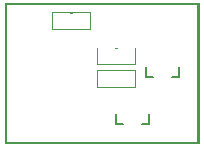
<source format=gbo>
G04 MADE WITH FRITZING*
G04 WWW.FRITZING.ORG*
G04 DOUBLE SIDED*
G04 HOLES PLATED*
G04 CONTOUR ON CENTER OF CONTOUR VECTOR*
%ASAXBY*%
%FSLAX23Y23*%
%MOIN*%
%OFA0B0*%
%SFA1.0B1.0*%
%ADD10C,0.008000*%
%ADD11R,0.001000X0.001000*%
%LNSILK0*%
G90*
G70*
G54D10*
X493Y227D02*
X470Y227D01*
D02*
X470Y227D02*
X470Y258D01*
D02*
X556Y227D02*
X580Y227D01*
D02*
X580Y227D02*
X580Y258D01*
D02*
X394Y70D02*
X370Y70D01*
D02*
X370Y70D02*
X370Y102D01*
D02*
X457Y70D02*
X481Y70D01*
D02*
X481Y70D02*
X481Y102D01*
G54D11*
X0Y472D02*
X648Y472D01*
X0Y471D02*
X648Y471D01*
X0Y470D02*
X648Y470D01*
X0Y469D02*
X648Y469D01*
X0Y468D02*
X648Y468D01*
X0Y467D02*
X648Y467D01*
X0Y466D02*
X648Y466D01*
X0Y465D02*
X648Y465D01*
X0Y464D02*
X7Y464D01*
X641Y464D02*
X648Y464D01*
X0Y463D02*
X7Y463D01*
X641Y463D02*
X648Y463D01*
X0Y462D02*
X7Y462D01*
X641Y462D02*
X648Y462D01*
X0Y461D02*
X7Y461D01*
X641Y461D02*
X648Y461D01*
X0Y460D02*
X7Y460D01*
X641Y460D02*
X648Y460D01*
X0Y459D02*
X7Y459D01*
X641Y459D02*
X648Y459D01*
X0Y458D02*
X7Y458D01*
X641Y458D02*
X648Y458D01*
X0Y457D02*
X7Y457D01*
X641Y457D02*
X648Y457D01*
X0Y456D02*
X7Y456D01*
X641Y456D02*
X648Y456D01*
X0Y455D02*
X7Y455D01*
X641Y455D02*
X648Y455D01*
X0Y454D02*
X7Y454D01*
X641Y454D02*
X648Y454D01*
X0Y453D02*
X7Y453D01*
X641Y453D02*
X648Y453D01*
X0Y452D02*
X7Y452D01*
X641Y452D02*
X648Y452D01*
X0Y451D02*
X7Y451D01*
X641Y451D02*
X648Y451D01*
X0Y450D02*
X7Y450D01*
X641Y450D02*
X648Y450D01*
X0Y449D02*
X7Y449D01*
X641Y449D02*
X648Y449D01*
X0Y448D02*
X7Y448D01*
X641Y448D02*
X648Y448D01*
X0Y447D02*
X7Y447D01*
X641Y447D02*
X648Y447D01*
X0Y446D02*
X7Y446D01*
X641Y446D02*
X648Y446D01*
X0Y445D02*
X7Y445D01*
X641Y445D02*
X648Y445D01*
X0Y444D02*
X7Y444D01*
X641Y444D02*
X648Y444D01*
X0Y443D02*
X7Y443D01*
X641Y443D02*
X648Y443D01*
X0Y442D02*
X7Y442D01*
X641Y442D02*
X648Y442D01*
X0Y441D02*
X7Y441D01*
X641Y441D02*
X648Y441D01*
X0Y440D02*
X7Y440D01*
X157Y440D02*
X286Y440D01*
X641Y440D02*
X648Y440D01*
X0Y439D02*
X7Y439D01*
X157Y439D02*
X286Y439D01*
X641Y439D02*
X648Y439D01*
X0Y438D02*
X7Y438D01*
X157Y438D02*
X286Y438D01*
X641Y438D02*
X648Y438D01*
X0Y437D02*
X7Y437D01*
X157Y437D02*
X159Y437D01*
X217Y437D02*
X226Y437D01*
X284Y437D02*
X286Y437D01*
X641Y437D02*
X648Y437D01*
X0Y436D02*
X7Y436D01*
X157Y436D02*
X159Y436D01*
X284Y436D02*
X286Y436D01*
X641Y436D02*
X648Y436D01*
X0Y435D02*
X7Y435D01*
X157Y435D02*
X159Y435D01*
X284Y435D02*
X286Y435D01*
X641Y435D02*
X648Y435D01*
X0Y434D02*
X7Y434D01*
X157Y434D02*
X159Y434D01*
X284Y434D02*
X286Y434D01*
X641Y434D02*
X648Y434D01*
X0Y433D02*
X7Y433D01*
X157Y433D02*
X159Y433D01*
X284Y433D02*
X286Y433D01*
X641Y433D02*
X648Y433D01*
X0Y432D02*
X7Y432D01*
X157Y432D02*
X159Y432D01*
X284Y432D02*
X286Y432D01*
X641Y432D02*
X648Y432D01*
X0Y431D02*
X7Y431D01*
X157Y431D02*
X159Y431D01*
X284Y431D02*
X286Y431D01*
X641Y431D02*
X648Y431D01*
X0Y430D02*
X7Y430D01*
X157Y430D02*
X159Y430D01*
X284Y430D02*
X286Y430D01*
X641Y430D02*
X648Y430D01*
X0Y429D02*
X7Y429D01*
X157Y429D02*
X159Y429D01*
X284Y429D02*
X286Y429D01*
X641Y429D02*
X648Y429D01*
X0Y428D02*
X7Y428D01*
X157Y428D02*
X159Y428D01*
X284Y428D02*
X286Y428D01*
X641Y428D02*
X648Y428D01*
X0Y427D02*
X7Y427D01*
X157Y427D02*
X159Y427D01*
X284Y427D02*
X286Y427D01*
X641Y427D02*
X648Y427D01*
X0Y426D02*
X7Y426D01*
X157Y426D02*
X159Y426D01*
X284Y426D02*
X286Y426D01*
X641Y426D02*
X648Y426D01*
X0Y425D02*
X7Y425D01*
X157Y425D02*
X159Y425D01*
X284Y425D02*
X286Y425D01*
X641Y425D02*
X648Y425D01*
X0Y424D02*
X7Y424D01*
X157Y424D02*
X159Y424D01*
X284Y424D02*
X286Y424D01*
X641Y424D02*
X648Y424D01*
X0Y423D02*
X7Y423D01*
X157Y423D02*
X159Y423D01*
X284Y423D02*
X286Y423D01*
X641Y423D02*
X648Y423D01*
X0Y422D02*
X7Y422D01*
X157Y422D02*
X159Y422D01*
X284Y422D02*
X286Y422D01*
X641Y422D02*
X648Y422D01*
X0Y421D02*
X7Y421D01*
X157Y421D02*
X159Y421D01*
X284Y421D02*
X286Y421D01*
X641Y421D02*
X648Y421D01*
X0Y420D02*
X7Y420D01*
X157Y420D02*
X159Y420D01*
X284Y420D02*
X286Y420D01*
X641Y420D02*
X648Y420D01*
X0Y419D02*
X7Y419D01*
X157Y419D02*
X159Y419D01*
X284Y419D02*
X286Y419D01*
X641Y419D02*
X648Y419D01*
X0Y418D02*
X7Y418D01*
X157Y418D02*
X159Y418D01*
X284Y418D02*
X286Y418D01*
X641Y418D02*
X648Y418D01*
X0Y417D02*
X7Y417D01*
X157Y417D02*
X159Y417D01*
X284Y417D02*
X286Y417D01*
X641Y417D02*
X648Y417D01*
X0Y416D02*
X7Y416D01*
X157Y416D02*
X159Y416D01*
X284Y416D02*
X286Y416D01*
X641Y416D02*
X648Y416D01*
X0Y415D02*
X7Y415D01*
X157Y415D02*
X159Y415D01*
X284Y415D02*
X286Y415D01*
X641Y415D02*
X648Y415D01*
X0Y414D02*
X7Y414D01*
X157Y414D02*
X159Y414D01*
X284Y414D02*
X286Y414D01*
X641Y414D02*
X648Y414D01*
X0Y413D02*
X7Y413D01*
X157Y413D02*
X159Y413D01*
X284Y413D02*
X286Y413D01*
X641Y413D02*
X648Y413D01*
X0Y412D02*
X7Y412D01*
X157Y412D02*
X159Y412D01*
X284Y412D02*
X286Y412D01*
X641Y412D02*
X648Y412D01*
X0Y411D02*
X7Y411D01*
X157Y411D02*
X159Y411D01*
X284Y411D02*
X286Y411D01*
X641Y411D02*
X648Y411D01*
X0Y410D02*
X7Y410D01*
X157Y410D02*
X159Y410D01*
X284Y410D02*
X286Y410D01*
X641Y410D02*
X648Y410D01*
X0Y409D02*
X7Y409D01*
X157Y409D02*
X159Y409D01*
X284Y409D02*
X286Y409D01*
X641Y409D02*
X648Y409D01*
X0Y408D02*
X7Y408D01*
X157Y408D02*
X159Y408D01*
X284Y408D02*
X286Y408D01*
X641Y408D02*
X648Y408D01*
X0Y407D02*
X7Y407D01*
X157Y407D02*
X159Y407D01*
X284Y407D02*
X286Y407D01*
X641Y407D02*
X648Y407D01*
X0Y406D02*
X7Y406D01*
X157Y406D02*
X159Y406D01*
X284Y406D02*
X286Y406D01*
X641Y406D02*
X648Y406D01*
X0Y405D02*
X7Y405D01*
X157Y405D02*
X159Y405D01*
X284Y405D02*
X286Y405D01*
X641Y405D02*
X648Y405D01*
X0Y404D02*
X7Y404D01*
X157Y404D02*
X159Y404D01*
X284Y404D02*
X286Y404D01*
X641Y404D02*
X648Y404D01*
X0Y403D02*
X7Y403D01*
X157Y403D02*
X159Y403D01*
X284Y403D02*
X286Y403D01*
X641Y403D02*
X648Y403D01*
X0Y402D02*
X7Y402D01*
X157Y402D02*
X159Y402D01*
X284Y402D02*
X286Y402D01*
X641Y402D02*
X648Y402D01*
X0Y401D02*
X7Y401D01*
X157Y401D02*
X159Y401D01*
X284Y401D02*
X286Y401D01*
X641Y401D02*
X648Y401D01*
X0Y400D02*
X7Y400D01*
X157Y400D02*
X159Y400D01*
X284Y400D02*
X286Y400D01*
X641Y400D02*
X648Y400D01*
X0Y399D02*
X7Y399D01*
X157Y399D02*
X159Y399D01*
X284Y399D02*
X286Y399D01*
X641Y399D02*
X648Y399D01*
X0Y398D02*
X7Y398D01*
X157Y398D02*
X159Y398D01*
X284Y398D02*
X286Y398D01*
X641Y398D02*
X648Y398D01*
X0Y397D02*
X7Y397D01*
X157Y397D02*
X159Y397D01*
X284Y397D02*
X286Y397D01*
X641Y397D02*
X648Y397D01*
X0Y396D02*
X7Y396D01*
X157Y396D02*
X159Y396D01*
X284Y396D02*
X286Y396D01*
X641Y396D02*
X648Y396D01*
X0Y395D02*
X7Y395D01*
X157Y395D02*
X159Y395D01*
X284Y395D02*
X286Y395D01*
X641Y395D02*
X648Y395D01*
X0Y394D02*
X7Y394D01*
X157Y394D02*
X159Y394D01*
X284Y394D02*
X286Y394D01*
X641Y394D02*
X648Y394D01*
X0Y393D02*
X7Y393D01*
X157Y393D02*
X159Y393D01*
X284Y393D02*
X286Y393D01*
X641Y393D02*
X648Y393D01*
X0Y392D02*
X7Y392D01*
X157Y392D02*
X159Y392D01*
X284Y392D02*
X286Y392D01*
X641Y392D02*
X648Y392D01*
X0Y391D02*
X7Y391D01*
X157Y391D02*
X159Y391D01*
X284Y391D02*
X286Y391D01*
X641Y391D02*
X648Y391D01*
X0Y390D02*
X7Y390D01*
X157Y390D02*
X159Y390D01*
X284Y390D02*
X286Y390D01*
X641Y390D02*
X648Y390D01*
X0Y389D02*
X7Y389D01*
X157Y389D02*
X159Y389D01*
X284Y389D02*
X286Y389D01*
X641Y389D02*
X648Y389D01*
X0Y388D02*
X7Y388D01*
X157Y388D02*
X159Y388D01*
X284Y388D02*
X286Y388D01*
X641Y388D02*
X648Y388D01*
X0Y387D02*
X7Y387D01*
X157Y387D02*
X159Y387D01*
X284Y387D02*
X286Y387D01*
X641Y387D02*
X648Y387D01*
X0Y386D02*
X7Y386D01*
X157Y386D02*
X159Y386D01*
X284Y386D02*
X286Y386D01*
X641Y386D02*
X648Y386D01*
X0Y385D02*
X7Y385D01*
X157Y385D02*
X159Y385D01*
X217Y385D02*
X226Y385D01*
X284Y385D02*
X286Y385D01*
X641Y385D02*
X648Y385D01*
X0Y384D02*
X7Y384D01*
X157Y384D02*
X286Y384D01*
X641Y384D02*
X648Y384D01*
X0Y383D02*
X7Y383D01*
X157Y383D02*
X286Y383D01*
X641Y383D02*
X648Y383D01*
X0Y382D02*
X7Y382D01*
X157Y382D02*
X286Y382D01*
X641Y382D02*
X648Y382D01*
X0Y381D02*
X7Y381D01*
X641Y381D02*
X648Y381D01*
X0Y380D02*
X7Y380D01*
X641Y380D02*
X648Y380D01*
X0Y379D02*
X7Y379D01*
X641Y379D02*
X648Y379D01*
X0Y378D02*
X7Y378D01*
X641Y378D02*
X648Y378D01*
X0Y377D02*
X7Y377D01*
X641Y377D02*
X648Y377D01*
X0Y376D02*
X7Y376D01*
X641Y376D02*
X648Y376D01*
X0Y375D02*
X7Y375D01*
X641Y375D02*
X648Y375D01*
X0Y374D02*
X7Y374D01*
X641Y374D02*
X648Y374D01*
X0Y373D02*
X7Y373D01*
X641Y373D02*
X648Y373D01*
X0Y372D02*
X7Y372D01*
X641Y372D02*
X648Y372D01*
X0Y371D02*
X7Y371D01*
X641Y371D02*
X648Y371D01*
X0Y370D02*
X7Y370D01*
X641Y370D02*
X648Y370D01*
X0Y369D02*
X7Y369D01*
X641Y369D02*
X648Y369D01*
X0Y368D02*
X7Y368D01*
X641Y368D02*
X648Y368D01*
X0Y367D02*
X7Y367D01*
X641Y367D02*
X648Y367D01*
X0Y366D02*
X7Y366D01*
X641Y366D02*
X648Y366D01*
X0Y365D02*
X7Y365D01*
X641Y365D02*
X648Y365D01*
X0Y364D02*
X7Y364D01*
X641Y364D02*
X648Y364D01*
X0Y363D02*
X7Y363D01*
X641Y363D02*
X648Y363D01*
X0Y362D02*
X7Y362D01*
X641Y362D02*
X648Y362D01*
X0Y361D02*
X7Y361D01*
X641Y361D02*
X648Y361D01*
X0Y360D02*
X7Y360D01*
X641Y360D02*
X648Y360D01*
X0Y359D02*
X7Y359D01*
X641Y359D02*
X648Y359D01*
X0Y358D02*
X7Y358D01*
X641Y358D02*
X648Y358D01*
X0Y357D02*
X7Y357D01*
X641Y357D02*
X648Y357D01*
X0Y356D02*
X7Y356D01*
X641Y356D02*
X648Y356D01*
X0Y355D02*
X7Y355D01*
X641Y355D02*
X648Y355D01*
X0Y354D02*
X7Y354D01*
X641Y354D02*
X648Y354D01*
X0Y353D02*
X7Y353D01*
X641Y353D02*
X648Y353D01*
X0Y352D02*
X7Y352D01*
X641Y352D02*
X648Y352D01*
X0Y351D02*
X7Y351D01*
X641Y351D02*
X648Y351D01*
X0Y350D02*
X7Y350D01*
X641Y350D02*
X648Y350D01*
X0Y349D02*
X7Y349D01*
X641Y349D02*
X648Y349D01*
X0Y348D02*
X7Y348D01*
X641Y348D02*
X648Y348D01*
X0Y347D02*
X7Y347D01*
X641Y347D02*
X648Y347D01*
X0Y346D02*
X7Y346D01*
X641Y346D02*
X648Y346D01*
X0Y345D02*
X7Y345D01*
X641Y345D02*
X648Y345D01*
X0Y344D02*
X7Y344D01*
X641Y344D02*
X648Y344D01*
X0Y343D02*
X7Y343D01*
X641Y343D02*
X648Y343D01*
X0Y342D02*
X7Y342D01*
X641Y342D02*
X648Y342D01*
X0Y341D02*
X7Y341D01*
X641Y341D02*
X648Y341D01*
X0Y340D02*
X7Y340D01*
X641Y340D02*
X648Y340D01*
X0Y339D02*
X7Y339D01*
X641Y339D02*
X648Y339D01*
X0Y338D02*
X7Y338D01*
X641Y338D02*
X648Y338D01*
X0Y337D02*
X7Y337D01*
X641Y337D02*
X648Y337D01*
X0Y336D02*
X7Y336D01*
X641Y336D02*
X648Y336D01*
X0Y335D02*
X7Y335D01*
X641Y335D02*
X648Y335D01*
X0Y334D02*
X7Y334D01*
X641Y334D02*
X648Y334D01*
X0Y333D02*
X7Y333D01*
X641Y333D02*
X648Y333D01*
X0Y332D02*
X7Y332D01*
X641Y332D02*
X648Y332D01*
X0Y331D02*
X7Y331D01*
X641Y331D02*
X648Y331D01*
X0Y330D02*
X7Y330D01*
X641Y330D02*
X648Y330D01*
X0Y329D02*
X7Y329D01*
X641Y329D02*
X648Y329D01*
X0Y328D02*
X7Y328D01*
X641Y328D02*
X648Y328D01*
X0Y327D02*
X7Y327D01*
X641Y327D02*
X648Y327D01*
X0Y326D02*
X7Y326D01*
X641Y326D02*
X648Y326D01*
X0Y325D02*
X7Y325D01*
X641Y325D02*
X648Y325D01*
X0Y324D02*
X7Y324D01*
X641Y324D02*
X648Y324D01*
X0Y323D02*
X7Y323D01*
X307Y323D02*
X435Y323D01*
X641Y323D02*
X648Y323D01*
X0Y322D02*
X7Y322D01*
X307Y322D02*
X435Y322D01*
X641Y322D02*
X648Y322D01*
X0Y321D02*
X7Y321D01*
X307Y321D02*
X435Y321D01*
X641Y321D02*
X648Y321D01*
X0Y320D02*
X7Y320D01*
X307Y320D02*
X308Y320D01*
X367Y320D02*
X375Y320D01*
X433Y320D02*
X435Y320D01*
X641Y320D02*
X648Y320D01*
X0Y319D02*
X7Y319D01*
X307Y319D02*
X308Y319D01*
X433Y319D02*
X435Y319D01*
X641Y319D02*
X648Y319D01*
X0Y318D02*
X7Y318D01*
X307Y318D02*
X308Y318D01*
X433Y318D02*
X435Y318D01*
X641Y318D02*
X648Y318D01*
X0Y317D02*
X7Y317D01*
X307Y317D02*
X308Y317D01*
X433Y317D02*
X435Y317D01*
X641Y317D02*
X648Y317D01*
X0Y316D02*
X7Y316D01*
X307Y316D02*
X308Y316D01*
X433Y316D02*
X435Y316D01*
X641Y316D02*
X648Y316D01*
X0Y315D02*
X7Y315D01*
X307Y315D02*
X308Y315D01*
X433Y315D02*
X435Y315D01*
X641Y315D02*
X648Y315D01*
X0Y314D02*
X7Y314D01*
X307Y314D02*
X308Y314D01*
X433Y314D02*
X435Y314D01*
X641Y314D02*
X648Y314D01*
X0Y313D02*
X7Y313D01*
X307Y313D02*
X308Y313D01*
X433Y313D02*
X435Y313D01*
X641Y313D02*
X648Y313D01*
X0Y312D02*
X7Y312D01*
X307Y312D02*
X308Y312D01*
X433Y312D02*
X435Y312D01*
X641Y312D02*
X648Y312D01*
X0Y311D02*
X7Y311D01*
X307Y311D02*
X308Y311D01*
X433Y311D02*
X435Y311D01*
X641Y311D02*
X648Y311D01*
X0Y310D02*
X7Y310D01*
X307Y310D02*
X308Y310D01*
X433Y310D02*
X435Y310D01*
X641Y310D02*
X648Y310D01*
X0Y309D02*
X7Y309D01*
X307Y309D02*
X308Y309D01*
X433Y309D02*
X435Y309D01*
X641Y309D02*
X648Y309D01*
X0Y308D02*
X7Y308D01*
X307Y308D02*
X308Y308D01*
X433Y308D02*
X435Y308D01*
X641Y308D02*
X648Y308D01*
X0Y307D02*
X7Y307D01*
X307Y307D02*
X308Y307D01*
X433Y307D02*
X435Y307D01*
X641Y307D02*
X648Y307D01*
X0Y306D02*
X7Y306D01*
X307Y306D02*
X308Y306D01*
X433Y306D02*
X435Y306D01*
X641Y306D02*
X648Y306D01*
X0Y305D02*
X7Y305D01*
X307Y305D02*
X308Y305D01*
X433Y305D02*
X435Y305D01*
X641Y305D02*
X648Y305D01*
X0Y304D02*
X7Y304D01*
X307Y304D02*
X308Y304D01*
X433Y304D02*
X435Y304D01*
X641Y304D02*
X648Y304D01*
X0Y303D02*
X7Y303D01*
X307Y303D02*
X308Y303D01*
X433Y303D02*
X435Y303D01*
X641Y303D02*
X648Y303D01*
X0Y302D02*
X7Y302D01*
X307Y302D02*
X308Y302D01*
X433Y302D02*
X435Y302D01*
X641Y302D02*
X648Y302D01*
X0Y301D02*
X7Y301D01*
X307Y301D02*
X308Y301D01*
X433Y301D02*
X435Y301D01*
X641Y301D02*
X648Y301D01*
X0Y300D02*
X7Y300D01*
X307Y300D02*
X308Y300D01*
X433Y300D02*
X435Y300D01*
X641Y300D02*
X648Y300D01*
X0Y299D02*
X7Y299D01*
X307Y299D02*
X308Y299D01*
X433Y299D02*
X435Y299D01*
X641Y299D02*
X648Y299D01*
X0Y298D02*
X7Y298D01*
X307Y298D02*
X308Y298D01*
X433Y298D02*
X435Y298D01*
X641Y298D02*
X648Y298D01*
X0Y297D02*
X7Y297D01*
X307Y297D02*
X308Y297D01*
X433Y297D02*
X435Y297D01*
X641Y297D02*
X648Y297D01*
X0Y296D02*
X7Y296D01*
X307Y296D02*
X308Y296D01*
X433Y296D02*
X435Y296D01*
X641Y296D02*
X648Y296D01*
X0Y295D02*
X7Y295D01*
X307Y295D02*
X308Y295D01*
X433Y295D02*
X435Y295D01*
X641Y295D02*
X648Y295D01*
X0Y294D02*
X7Y294D01*
X307Y294D02*
X308Y294D01*
X433Y294D02*
X435Y294D01*
X641Y294D02*
X648Y294D01*
X0Y293D02*
X7Y293D01*
X307Y293D02*
X308Y293D01*
X433Y293D02*
X435Y293D01*
X641Y293D02*
X648Y293D01*
X0Y292D02*
X7Y292D01*
X307Y292D02*
X308Y292D01*
X433Y292D02*
X435Y292D01*
X641Y292D02*
X648Y292D01*
X0Y291D02*
X7Y291D01*
X307Y291D02*
X308Y291D01*
X433Y291D02*
X435Y291D01*
X641Y291D02*
X648Y291D01*
X0Y290D02*
X7Y290D01*
X307Y290D02*
X308Y290D01*
X433Y290D02*
X435Y290D01*
X641Y290D02*
X648Y290D01*
X0Y289D02*
X7Y289D01*
X307Y289D02*
X308Y289D01*
X433Y289D02*
X435Y289D01*
X641Y289D02*
X648Y289D01*
X0Y288D02*
X7Y288D01*
X307Y288D02*
X308Y288D01*
X433Y288D02*
X435Y288D01*
X641Y288D02*
X648Y288D01*
X0Y287D02*
X7Y287D01*
X307Y287D02*
X308Y287D01*
X433Y287D02*
X435Y287D01*
X641Y287D02*
X648Y287D01*
X0Y286D02*
X7Y286D01*
X307Y286D02*
X308Y286D01*
X433Y286D02*
X435Y286D01*
X641Y286D02*
X648Y286D01*
X0Y285D02*
X7Y285D01*
X307Y285D02*
X308Y285D01*
X433Y285D02*
X435Y285D01*
X641Y285D02*
X648Y285D01*
X0Y284D02*
X7Y284D01*
X307Y284D02*
X308Y284D01*
X433Y284D02*
X435Y284D01*
X641Y284D02*
X648Y284D01*
X0Y283D02*
X7Y283D01*
X307Y283D02*
X308Y283D01*
X433Y283D02*
X435Y283D01*
X641Y283D02*
X648Y283D01*
X0Y282D02*
X7Y282D01*
X307Y282D02*
X308Y282D01*
X433Y282D02*
X435Y282D01*
X641Y282D02*
X648Y282D01*
X0Y281D02*
X7Y281D01*
X307Y281D02*
X308Y281D01*
X433Y281D02*
X435Y281D01*
X641Y281D02*
X648Y281D01*
X0Y280D02*
X7Y280D01*
X307Y280D02*
X308Y280D01*
X433Y280D02*
X435Y280D01*
X641Y280D02*
X648Y280D01*
X0Y279D02*
X7Y279D01*
X307Y279D02*
X308Y279D01*
X433Y279D02*
X435Y279D01*
X641Y279D02*
X648Y279D01*
X0Y278D02*
X7Y278D01*
X307Y278D02*
X308Y278D01*
X433Y278D02*
X435Y278D01*
X641Y278D02*
X648Y278D01*
X0Y277D02*
X7Y277D01*
X307Y277D02*
X308Y277D01*
X433Y277D02*
X435Y277D01*
X641Y277D02*
X648Y277D01*
X0Y276D02*
X7Y276D01*
X307Y276D02*
X308Y276D01*
X433Y276D02*
X435Y276D01*
X641Y276D02*
X648Y276D01*
X0Y275D02*
X7Y275D01*
X307Y275D02*
X308Y275D01*
X433Y275D02*
X435Y275D01*
X641Y275D02*
X648Y275D01*
X0Y274D02*
X7Y274D01*
X307Y274D02*
X308Y274D01*
X433Y274D02*
X435Y274D01*
X641Y274D02*
X648Y274D01*
X0Y273D02*
X7Y273D01*
X307Y273D02*
X308Y273D01*
X433Y273D02*
X435Y273D01*
X641Y273D02*
X648Y273D01*
X0Y272D02*
X7Y272D01*
X307Y272D02*
X308Y272D01*
X433Y272D02*
X435Y272D01*
X641Y272D02*
X648Y272D01*
X0Y271D02*
X7Y271D01*
X307Y271D02*
X308Y271D01*
X433Y271D02*
X435Y271D01*
X641Y271D02*
X648Y271D01*
X0Y270D02*
X7Y270D01*
X307Y270D02*
X308Y270D01*
X433Y270D02*
X435Y270D01*
X641Y270D02*
X648Y270D01*
X0Y269D02*
X7Y269D01*
X307Y269D02*
X308Y269D01*
X433Y269D02*
X435Y269D01*
X641Y269D02*
X648Y269D01*
X0Y268D02*
X7Y268D01*
X307Y268D02*
X308Y268D01*
X367Y268D02*
X375Y268D01*
X433Y268D02*
X435Y268D01*
X641Y268D02*
X648Y268D01*
X0Y267D02*
X7Y267D01*
X307Y267D02*
X435Y267D01*
X641Y267D02*
X648Y267D01*
X0Y266D02*
X7Y266D01*
X307Y266D02*
X435Y266D01*
X641Y266D02*
X648Y266D01*
X0Y265D02*
X7Y265D01*
X307Y265D02*
X435Y265D01*
X641Y265D02*
X648Y265D01*
X0Y264D02*
X7Y264D01*
X641Y264D02*
X648Y264D01*
X0Y263D02*
X7Y263D01*
X641Y263D02*
X648Y263D01*
X0Y262D02*
X7Y262D01*
X641Y262D02*
X648Y262D01*
X0Y261D02*
X7Y261D01*
X641Y261D02*
X648Y261D01*
X0Y260D02*
X7Y260D01*
X641Y260D02*
X648Y260D01*
X0Y259D02*
X7Y259D01*
X641Y259D02*
X648Y259D01*
X0Y258D02*
X7Y258D01*
X641Y258D02*
X648Y258D01*
X0Y257D02*
X7Y257D01*
X641Y257D02*
X648Y257D01*
X0Y256D02*
X7Y256D01*
X641Y256D02*
X648Y256D01*
X0Y255D02*
X7Y255D01*
X641Y255D02*
X648Y255D01*
X0Y254D02*
X7Y254D01*
X641Y254D02*
X648Y254D01*
X0Y253D02*
X7Y253D01*
X641Y253D02*
X648Y253D01*
X0Y252D02*
X7Y252D01*
X641Y252D02*
X648Y252D01*
X0Y251D02*
X7Y251D01*
X641Y251D02*
X648Y251D01*
X0Y250D02*
X7Y250D01*
X641Y250D02*
X648Y250D01*
X0Y249D02*
X7Y249D01*
X641Y249D02*
X648Y249D01*
X0Y248D02*
X7Y248D01*
X307Y248D02*
X435Y248D01*
X641Y248D02*
X648Y248D01*
X0Y247D02*
X7Y247D01*
X307Y247D02*
X435Y247D01*
X641Y247D02*
X648Y247D01*
X0Y246D02*
X7Y246D01*
X307Y246D02*
X435Y246D01*
X641Y246D02*
X648Y246D01*
X0Y245D02*
X7Y245D01*
X307Y245D02*
X308Y245D01*
X367Y245D02*
X375Y245D01*
X433Y245D02*
X435Y245D01*
X641Y245D02*
X648Y245D01*
X0Y244D02*
X7Y244D01*
X307Y244D02*
X308Y244D01*
X433Y244D02*
X435Y244D01*
X641Y244D02*
X648Y244D01*
X0Y243D02*
X7Y243D01*
X307Y243D02*
X308Y243D01*
X433Y243D02*
X435Y243D01*
X641Y243D02*
X648Y243D01*
X0Y242D02*
X7Y242D01*
X307Y242D02*
X308Y242D01*
X433Y242D02*
X435Y242D01*
X641Y242D02*
X648Y242D01*
X0Y241D02*
X7Y241D01*
X307Y241D02*
X308Y241D01*
X433Y241D02*
X435Y241D01*
X641Y241D02*
X648Y241D01*
X0Y240D02*
X7Y240D01*
X307Y240D02*
X308Y240D01*
X433Y240D02*
X435Y240D01*
X641Y240D02*
X648Y240D01*
X0Y239D02*
X7Y239D01*
X307Y239D02*
X308Y239D01*
X433Y239D02*
X435Y239D01*
X641Y239D02*
X648Y239D01*
X0Y238D02*
X7Y238D01*
X307Y238D02*
X308Y238D01*
X433Y238D02*
X435Y238D01*
X641Y238D02*
X648Y238D01*
X0Y237D02*
X7Y237D01*
X307Y237D02*
X308Y237D01*
X433Y237D02*
X435Y237D01*
X641Y237D02*
X648Y237D01*
X0Y236D02*
X7Y236D01*
X307Y236D02*
X308Y236D01*
X433Y236D02*
X435Y236D01*
X641Y236D02*
X648Y236D01*
X0Y235D02*
X7Y235D01*
X307Y235D02*
X308Y235D01*
X433Y235D02*
X435Y235D01*
X641Y235D02*
X648Y235D01*
X0Y234D02*
X7Y234D01*
X307Y234D02*
X308Y234D01*
X433Y234D02*
X435Y234D01*
X641Y234D02*
X648Y234D01*
X0Y233D02*
X7Y233D01*
X307Y233D02*
X308Y233D01*
X433Y233D02*
X435Y233D01*
X641Y233D02*
X648Y233D01*
X0Y232D02*
X7Y232D01*
X307Y232D02*
X308Y232D01*
X433Y232D02*
X435Y232D01*
X641Y232D02*
X648Y232D01*
X0Y231D02*
X7Y231D01*
X307Y231D02*
X308Y231D01*
X433Y231D02*
X435Y231D01*
X641Y231D02*
X648Y231D01*
X0Y230D02*
X7Y230D01*
X307Y230D02*
X308Y230D01*
X433Y230D02*
X435Y230D01*
X641Y230D02*
X648Y230D01*
X0Y229D02*
X7Y229D01*
X307Y229D02*
X308Y229D01*
X433Y229D02*
X435Y229D01*
X641Y229D02*
X648Y229D01*
X0Y228D02*
X7Y228D01*
X307Y228D02*
X308Y228D01*
X433Y228D02*
X435Y228D01*
X641Y228D02*
X648Y228D01*
X0Y227D02*
X7Y227D01*
X307Y227D02*
X308Y227D01*
X433Y227D02*
X435Y227D01*
X641Y227D02*
X648Y227D01*
X0Y226D02*
X7Y226D01*
X307Y226D02*
X308Y226D01*
X433Y226D02*
X435Y226D01*
X641Y226D02*
X648Y226D01*
X0Y225D02*
X7Y225D01*
X307Y225D02*
X308Y225D01*
X433Y225D02*
X435Y225D01*
X641Y225D02*
X648Y225D01*
X0Y224D02*
X7Y224D01*
X307Y224D02*
X308Y224D01*
X433Y224D02*
X435Y224D01*
X641Y224D02*
X648Y224D01*
X0Y223D02*
X7Y223D01*
X307Y223D02*
X308Y223D01*
X433Y223D02*
X435Y223D01*
X641Y223D02*
X648Y223D01*
X0Y222D02*
X7Y222D01*
X307Y222D02*
X308Y222D01*
X433Y222D02*
X435Y222D01*
X641Y222D02*
X648Y222D01*
X0Y221D02*
X7Y221D01*
X307Y221D02*
X308Y221D01*
X433Y221D02*
X435Y221D01*
X641Y221D02*
X648Y221D01*
X0Y220D02*
X7Y220D01*
X307Y220D02*
X308Y220D01*
X433Y220D02*
X435Y220D01*
X641Y220D02*
X648Y220D01*
X0Y219D02*
X7Y219D01*
X307Y219D02*
X308Y219D01*
X433Y219D02*
X435Y219D01*
X641Y219D02*
X648Y219D01*
X0Y218D02*
X7Y218D01*
X307Y218D02*
X308Y218D01*
X433Y218D02*
X435Y218D01*
X641Y218D02*
X648Y218D01*
X0Y217D02*
X7Y217D01*
X307Y217D02*
X308Y217D01*
X433Y217D02*
X435Y217D01*
X641Y217D02*
X648Y217D01*
X0Y216D02*
X7Y216D01*
X307Y216D02*
X308Y216D01*
X433Y216D02*
X435Y216D01*
X641Y216D02*
X648Y216D01*
X0Y215D02*
X7Y215D01*
X307Y215D02*
X308Y215D01*
X433Y215D02*
X435Y215D01*
X641Y215D02*
X648Y215D01*
X0Y214D02*
X7Y214D01*
X307Y214D02*
X308Y214D01*
X433Y214D02*
X435Y214D01*
X641Y214D02*
X648Y214D01*
X0Y213D02*
X7Y213D01*
X307Y213D02*
X308Y213D01*
X433Y213D02*
X435Y213D01*
X641Y213D02*
X648Y213D01*
X0Y212D02*
X7Y212D01*
X307Y212D02*
X308Y212D01*
X433Y212D02*
X435Y212D01*
X641Y212D02*
X648Y212D01*
X0Y211D02*
X7Y211D01*
X307Y211D02*
X308Y211D01*
X433Y211D02*
X435Y211D01*
X641Y211D02*
X648Y211D01*
X0Y210D02*
X7Y210D01*
X307Y210D02*
X308Y210D01*
X433Y210D02*
X435Y210D01*
X641Y210D02*
X648Y210D01*
X0Y209D02*
X7Y209D01*
X307Y209D02*
X308Y209D01*
X433Y209D02*
X435Y209D01*
X641Y209D02*
X648Y209D01*
X0Y208D02*
X7Y208D01*
X307Y208D02*
X308Y208D01*
X433Y208D02*
X435Y208D01*
X641Y208D02*
X648Y208D01*
X0Y207D02*
X7Y207D01*
X307Y207D02*
X308Y207D01*
X433Y207D02*
X435Y207D01*
X641Y207D02*
X648Y207D01*
X0Y206D02*
X7Y206D01*
X307Y206D02*
X308Y206D01*
X433Y206D02*
X435Y206D01*
X641Y206D02*
X648Y206D01*
X0Y205D02*
X7Y205D01*
X307Y205D02*
X308Y205D01*
X433Y205D02*
X435Y205D01*
X641Y205D02*
X648Y205D01*
X0Y204D02*
X7Y204D01*
X307Y204D02*
X308Y204D01*
X433Y204D02*
X435Y204D01*
X641Y204D02*
X648Y204D01*
X0Y203D02*
X7Y203D01*
X307Y203D02*
X308Y203D01*
X433Y203D02*
X435Y203D01*
X641Y203D02*
X648Y203D01*
X0Y202D02*
X7Y202D01*
X307Y202D02*
X308Y202D01*
X433Y202D02*
X435Y202D01*
X641Y202D02*
X648Y202D01*
X0Y201D02*
X7Y201D01*
X307Y201D02*
X308Y201D01*
X433Y201D02*
X435Y201D01*
X641Y201D02*
X648Y201D01*
X0Y200D02*
X7Y200D01*
X307Y200D02*
X308Y200D01*
X433Y200D02*
X435Y200D01*
X641Y200D02*
X648Y200D01*
X0Y199D02*
X7Y199D01*
X307Y199D02*
X308Y199D01*
X433Y199D02*
X435Y199D01*
X641Y199D02*
X648Y199D01*
X0Y198D02*
X7Y198D01*
X307Y198D02*
X308Y198D01*
X433Y198D02*
X435Y198D01*
X641Y198D02*
X648Y198D01*
X0Y197D02*
X7Y197D01*
X307Y197D02*
X308Y197D01*
X433Y197D02*
X435Y197D01*
X641Y197D02*
X648Y197D01*
X0Y196D02*
X7Y196D01*
X307Y196D02*
X308Y196D01*
X433Y196D02*
X435Y196D01*
X641Y196D02*
X648Y196D01*
X0Y195D02*
X7Y195D01*
X307Y195D02*
X308Y195D01*
X433Y195D02*
X435Y195D01*
X641Y195D02*
X648Y195D01*
X0Y194D02*
X7Y194D01*
X307Y194D02*
X308Y194D01*
X433Y194D02*
X435Y194D01*
X641Y194D02*
X648Y194D01*
X0Y193D02*
X7Y193D01*
X307Y193D02*
X308Y193D01*
X367Y193D02*
X375Y193D01*
X433Y193D02*
X435Y193D01*
X641Y193D02*
X648Y193D01*
X0Y192D02*
X7Y192D01*
X307Y192D02*
X435Y192D01*
X641Y192D02*
X648Y192D01*
X0Y191D02*
X7Y191D01*
X307Y191D02*
X435Y191D01*
X641Y191D02*
X648Y191D01*
X0Y190D02*
X7Y190D01*
X307Y190D02*
X435Y190D01*
X641Y190D02*
X648Y190D01*
X0Y189D02*
X7Y189D01*
X641Y189D02*
X648Y189D01*
X0Y188D02*
X7Y188D01*
X641Y188D02*
X648Y188D01*
X0Y187D02*
X7Y187D01*
X641Y187D02*
X648Y187D01*
X0Y186D02*
X7Y186D01*
X641Y186D02*
X648Y186D01*
X0Y185D02*
X7Y185D01*
X641Y185D02*
X648Y185D01*
X0Y184D02*
X7Y184D01*
X641Y184D02*
X648Y184D01*
X0Y183D02*
X7Y183D01*
X641Y183D02*
X648Y183D01*
X0Y182D02*
X7Y182D01*
X641Y182D02*
X648Y182D01*
X0Y181D02*
X7Y181D01*
X641Y181D02*
X648Y181D01*
X0Y180D02*
X7Y180D01*
X641Y180D02*
X648Y180D01*
X0Y179D02*
X7Y179D01*
X641Y179D02*
X648Y179D01*
X0Y178D02*
X7Y178D01*
X641Y178D02*
X648Y178D01*
X0Y177D02*
X7Y177D01*
X641Y177D02*
X648Y177D01*
X0Y176D02*
X7Y176D01*
X641Y176D02*
X648Y176D01*
X0Y175D02*
X7Y175D01*
X641Y175D02*
X648Y175D01*
X0Y174D02*
X7Y174D01*
X641Y174D02*
X648Y174D01*
X0Y173D02*
X7Y173D01*
X641Y173D02*
X648Y173D01*
X0Y172D02*
X7Y172D01*
X641Y172D02*
X648Y172D01*
X0Y171D02*
X7Y171D01*
X641Y171D02*
X648Y171D01*
X0Y170D02*
X7Y170D01*
X641Y170D02*
X648Y170D01*
X0Y169D02*
X7Y169D01*
X641Y169D02*
X648Y169D01*
X0Y168D02*
X7Y168D01*
X641Y168D02*
X648Y168D01*
X0Y167D02*
X7Y167D01*
X641Y167D02*
X648Y167D01*
X0Y166D02*
X7Y166D01*
X641Y166D02*
X648Y166D01*
X0Y165D02*
X7Y165D01*
X641Y165D02*
X648Y165D01*
X0Y164D02*
X7Y164D01*
X641Y164D02*
X648Y164D01*
X0Y163D02*
X7Y163D01*
X641Y163D02*
X648Y163D01*
X0Y162D02*
X7Y162D01*
X641Y162D02*
X648Y162D01*
X0Y161D02*
X7Y161D01*
X641Y161D02*
X648Y161D01*
X0Y160D02*
X7Y160D01*
X641Y160D02*
X648Y160D01*
X0Y159D02*
X7Y159D01*
X641Y159D02*
X648Y159D01*
X0Y158D02*
X7Y158D01*
X641Y158D02*
X648Y158D01*
X0Y157D02*
X7Y157D01*
X641Y157D02*
X648Y157D01*
X0Y156D02*
X7Y156D01*
X641Y156D02*
X648Y156D01*
X0Y155D02*
X7Y155D01*
X641Y155D02*
X648Y155D01*
X0Y154D02*
X7Y154D01*
X641Y154D02*
X648Y154D01*
X0Y153D02*
X7Y153D01*
X641Y153D02*
X648Y153D01*
X0Y152D02*
X7Y152D01*
X641Y152D02*
X648Y152D01*
X0Y151D02*
X7Y151D01*
X641Y151D02*
X648Y151D01*
X0Y150D02*
X7Y150D01*
X641Y150D02*
X648Y150D01*
X0Y149D02*
X7Y149D01*
X641Y149D02*
X648Y149D01*
X0Y148D02*
X7Y148D01*
X641Y148D02*
X648Y148D01*
X0Y147D02*
X7Y147D01*
X641Y147D02*
X648Y147D01*
X0Y146D02*
X7Y146D01*
X641Y146D02*
X648Y146D01*
X0Y145D02*
X7Y145D01*
X641Y145D02*
X648Y145D01*
X0Y144D02*
X7Y144D01*
X641Y144D02*
X648Y144D01*
X0Y143D02*
X7Y143D01*
X641Y143D02*
X648Y143D01*
X0Y142D02*
X7Y142D01*
X641Y142D02*
X648Y142D01*
X0Y141D02*
X7Y141D01*
X641Y141D02*
X648Y141D01*
X0Y140D02*
X7Y140D01*
X641Y140D02*
X648Y140D01*
X0Y139D02*
X7Y139D01*
X641Y139D02*
X648Y139D01*
X0Y138D02*
X7Y138D01*
X641Y138D02*
X648Y138D01*
X0Y137D02*
X7Y137D01*
X641Y137D02*
X648Y137D01*
X0Y136D02*
X7Y136D01*
X641Y136D02*
X648Y136D01*
X0Y135D02*
X7Y135D01*
X641Y135D02*
X648Y135D01*
X0Y134D02*
X7Y134D01*
X641Y134D02*
X648Y134D01*
X0Y133D02*
X7Y133D01*
X641Y133D02*
X648Y133D01*
X0Y132D02*
X7Y132D01*
X641Y132D02*
X648Y132D01*
X0Y131D02*
X7Y131D01*
X641Y131D02*
X648Y131D01*
X0Y130D02*
X7Y130D01*
X641Y130D02*
X648Y130D01*
X0Y129D02*
X7Y129D01*
X641Y129D02*
X648Y129D01*
X0Y128D02*
X7Y128D01*
X641Y128D02*
X648Y128D01*
X0Y127D02*
X7Y127D01*
X641Y127D02*
X648Y127D01*
X0Y126D02*
X7Y126D01*
X641Y126D02*
X648Y126D01*
X0Y125D02*
X7Y125D01*
X641Y125D02*
X648Y125D01*
X0Y124D02*
X7Y124D01*
X641Y124D02*
X648Y124D01*
X0Y123D02*
X7Y123D01*
X641Y123D02*
X648Y123D01*
X0Y122D02*
X7Y122D01*
X641Y122D02*
X648Y122D01*
X0Y121D02*
X7Y121D01*
X641Y121D02*
X648Y121D01*
X0Y120D02*
X7Y120D01*
X641Y120D02*
X648Y120D01*
X0Y119D02*
X7Y119D01*
X641Y119D02*
X648Y119D01*
X0Y118D02*
X7Y118D01*
X641Y118D02*
X648Y118D01*
X0Y117D02*
X7Y117D01*
X641Y117D02*
X648Y117D01*
X0Y116D02*
X7Y116D01*
X641Y116D02*
X648Y116D01*
X0Y115D02*
X7Y115D01*
X641Y115D02*
X648Y115D01*
X0Y114D02*
X7Y114D01*
X641Y114D02*
X648Y114D01*
X0Y113D02*
X7Y113D01*
X641Y113D02*
X648Y113D01*
X0Y112D02*
X7Y112D01*
X641Y112D02*
X648Y112D01*
X0Y111D02*
X7Y111D01*
X641Y111D02*
X648Y111D01*
X0Y110D02*
X7Y110D01*
X641Y110D02*
X648Y110D01*
X0Y109D02*
X7Y109D01*
X641Y109D02*
X648Y109D01*
X0Y108D02*
X7Y108D01*
X641Y108D02*
X648Y108D01*
X0Y107D02*
X7Y107D01*
X641Y107D02*
X648Y107D01*
X0Y106D02*
X7Y106D01*
X641Y106D02*
X648Y106D01*
X0Y105D02*
X7Y105D01*
X641Y105D02*
X648Y105D01*
X0Y104D02*
X7Y104D01*
X641Y104D02*
X648Y104D01*
X0Y103D02*
X7Y103D01*
X641Y103D02*
X648Y103D01*
X0Y102D02*
X7Y102D01*
X641Y102D02*
X648Y102D01*
X0Y101D02*
X7Y101D01*
X641Y101D02*
X648Y101D01*
X0Y100D02*
X7Y100D01*
X641Y100D02*
X648Y100D01*
X0Y99D02*
X7Y99D01*
X641Y99D02*
X648Y99D01*
X0Y98D02*
X7Y98D01*
X641Y98D02*
X648Y98D01*
X0Y97D02*
X7Y97D01*
X641Y97D02*
X648Y97D01*
X0Y96D02*
X7Y96D01*
X641Y96D02*
X648Y96D01*
X0Y95D02*
X7Y95D01*
X641Y95D02*
X648Y95D01*
X0Y94D02*
X7Y94D01*
X641Y94D02*
X648Y94D01*
X0Y93D02*
X7Y93D01*
X641Y93D02*
X648Y93D01*
X0Y92D02*
X7Y92D01*
X641Y92D02*
X648Y92D01*
X0Y91D02*
X7Y91D01*
X641Y91D02*
X648Y91D01*
X0Y90D02*
X7Y90D01*
X641Y90D02*
X648Y90D01*
X0Y89D02*
X7Y89D01*
X641Y89D02*
X648Y89D01*
X0Y88D02*
X7Y88D01*
X641Y88D02*
X648Y88D01*
X0Y87D02*
X7Y87D01*
X641Y87D02*
X648Y87D01*
X0Y86D02*
X7Y86D01*
X641Y86D02*
X648Y86D01*
X0Y85D02*
X7Y85D01*
X641Y85D02*
X648Y85D01*
X0Y84D02*
X7Y84D01*
X641Y84D02*
X648Y84D01*
X0Y83D02*
X7Y83D01*
X641Y83D02*
X648Y83D01*
X0Y82D02*
X7Y82D01*
X641Y82D02*
X648Y82D01*
X0Y81D02*
X7Y81D01*
X641Y81D02*
X648Y81D01*
X0Y80D02*
X7Y80D01*
X641Y80D02*
X648Y80D01*
X0Y79D02*
X7Y79D01*
X641Y79D02*
X648Y79D01*
X0Y78D02*
X7Y78D01*
X641Y78D02*
X648Y78D01*
X0Y77D02*
X7Y77D01*
X641Y77D02*
X648Y77D01*
X0Y76D02*
X7Y76D01*
X641Y76D02*
X648Y76D01*
X0Y75D02*
X7Y75D01*
X641Y75D02*
X648Y75D01*
X0Y74D02*
X7Y74D01*
X641Y74D02*
X648Y74D01*
X0Y73D02*
X7Y73D01*
X641Y73D02*
X648Y73D01*
X0Y72D02*
X7Y72D01*
X641Y72D02*
X648Y72D01*
X0Y71D02*
X7Y71D01*
X641Y71D02*
X648Y71D01*
X0Y70D02*
X7Y70D01*
X641Y70D02*
X648Y70D01*
X0Y69D02*
X7Y69D01*
X641Y69D02*
X648Y69D01*
X0Y68D02*
X7Y68D01*
X641Y68D02*
X648Y68D01*
X0Y67D02*
X7Y67D01*
X641Y67D02*
X648Y67D01*
X0Y66D02*
X7Y66D01*
X641Y66D02*
X648Y66D01*
X0Y65D02*
X7Y65D01*
X641Y65D02*
X648Y65D01*
X0Y64D02*
X7Y64D01*
X641Y64D02*
X648Y64D01*
X0Y63D02*
X7Y63D01*
X641Y63D02*
X648Y63D01*
X0Y62D02*
X7Y62D01*
X641Y62D02*
X648Y62D01*
X0Y61D02*
X7Y61D01*
X641Y61D02*
X648Y61D01*
X0Y60D02*
X7Y60D01*
X641Y60D02*
X648Y60D01*
X0Y59D02*
X7Y59D01*
X641Y59D02*
X648Y59D01*
X0Y58D02*
X7Y58D01*
X641Y58D02*
X648Y58D01*
X0Y57D02*
X7Y57D01*
X641Y57D02*
X648Y57D01*
X0Y56D02*
X7Y56D01*
X641Y56D02*
X648Y56D01*
X0Y55D02*
X7Y55D01*
X641Y55D02*
X648Y55D01*
X0Y54D02*
X7Y54D01*
X641Y54D02*
X648Y54D01*
X0Y53D02*
X7Y53D01*
X641Y53D02*
X648Y53D01*
X0Y52D02*
X7Y52D01*
X641Y52D02*
X648Y52D01*
X0Y51D02*
X7Y51D01*
X641Y51D02*
X648Y51D01*
X0Y50D02*
X7Y50D01*
X641Y50D02*
X648Y50D01*
X0Y49D02*
X7Y49D01*
X641Y49D02*
X648Y49D01*
X0Y48D02*
X7Y48D01*
X641Y48D02*
X648Y48D01*
X0Y47D02*
X7Y47D01*
X641Y47D02*
X648Y47D01*
X0Y46D02*
X7Y46D01*
X641Y46D02*
X648Y46D01*
X0Y45D02*
X7Y45D01*
X641Y45D02*
X648Y45D01*
X0Y44D02*
X7Y44D01*
X641Y44D02*
X648Y44D01*
X0Y43D02*
X7Y43D01*
X641Y43D02*
X648Y43D01*
X0Y42D02*
X7Y42D01*
X641Y42D02*
X648Y42D01*
X0Y41D02*
X7Y41D01*
X641Y41D02*
X648Y41D01*
X0Y40D02*
X7Y40D01*
X641Y40D02*
X648Y40D01*
X0Y39D02*
X7Y39D01*
X641Y39D02*
X648Y39D01*
X0Y38D02*
X7Y38D01*
X641Y38D02*
X648Y38D01*
X0Y37D02*
X7Y37D01*
X641Y37D02*
X648Y37D01*
X0Y36D02*
X7Y36D01*
X641Y36D02*
X648Y36D01*
X0Y35D02*
X7Y35D01*
X641Y35D02*
X648Y35D01*
X0Y34D02*
X7Y34D01*
X641Y34D02*
X648Y34D01*
X0Y33D02*
X7Y33D01*
X641Y33D02*
X648Y33D01*
X0Y32D02*
X7Y32D01*
X641Y32D02*
X648Y32D01*
X0Y31D02*
X7Y31D01*
X641Y31D02*
X648Y31D01*
X0Y30D02*
X7Y30D01*
X641Y30D02*
X648Y30D01*
X0Y29D02*
X7Y29D01*
X641Y29D02*
X648Y29D01*
X0Y28D02*
X7Y28D01*
X641Y28D02*
X648Y28D01*
X0Y27D02*
X7Y27D01*
X641Y27D02*
X648Y27D01*
X0Y26D02*
X7Y26D01*
X641Y26D02*
X648Y26D01*
X0Y25D02*
X7Y25D01*
X641Y25D02*
X648Y25D01*
X0Y24D02*
X7Y24D01*
X641Y24D02*
X648Y24D01*
X0Y23D02*
X7Y23D01*
X641Y23D02*
X648Y23D01*
X0Y22D02*
X7Y22D01*
X641Y22D02*
X648Y22D01*
X0Y21D02*
X7Y21D01*
X641Y21D02*
X648Y21D01*
X0Y20D02*
X7Y20D01*
X641Y20D02*
X648Y20D01*
X0Y19D02*
X7Y19D01*
X641Y19D02*
X648Y19D01*
X0Y18D02*
X7Y18D01*
X641Y18D02*
X648Y18D01*
X0Y17D02*
X7Y17D01*
X641Y17D02*
X648Y17D01*
X0Y16D02*
X7Y16D01*
X641Y16D02*
X648Y16D01*
X0Y15D02*
X7Y15D01*
X641Y15D02*
X648Y15D01*
X0Y14D02*
X7Y14D01*
X641Y14D02*
X648Y14D01*
X0Y13D02*
X7Y13D01*
X641Y13D02*
X648Y13D01*
X0Y12D02*
X7Y12D01*
X641Y12D02*
X648Y12D01*
X0Y11D02*
X7Y11D01*
X641Y11D02*
X648Y11D01*
X0Y10D02*
X7Y10D01*
X641Y10D02*
X648Y10D01*
X0Y9D02*
X7Y9D01*
X641Y9D02*
X648Y9D01*
X0Y8D02*
X648Y8D01*
X0Y7D02*
X648Y7D01*
X0Y6D02*
X648Y6D01*
X0Y5D02*
X648Y5D01*
X0Y4D02*
X648Y4D01*
X0Y3D02*
X648Y3D01*
X0Y2D02*
X648Y2D01*
X0Y1D02*
X648Y1D01*
D02*
G04 End of Silk0*
M02*
</source>
